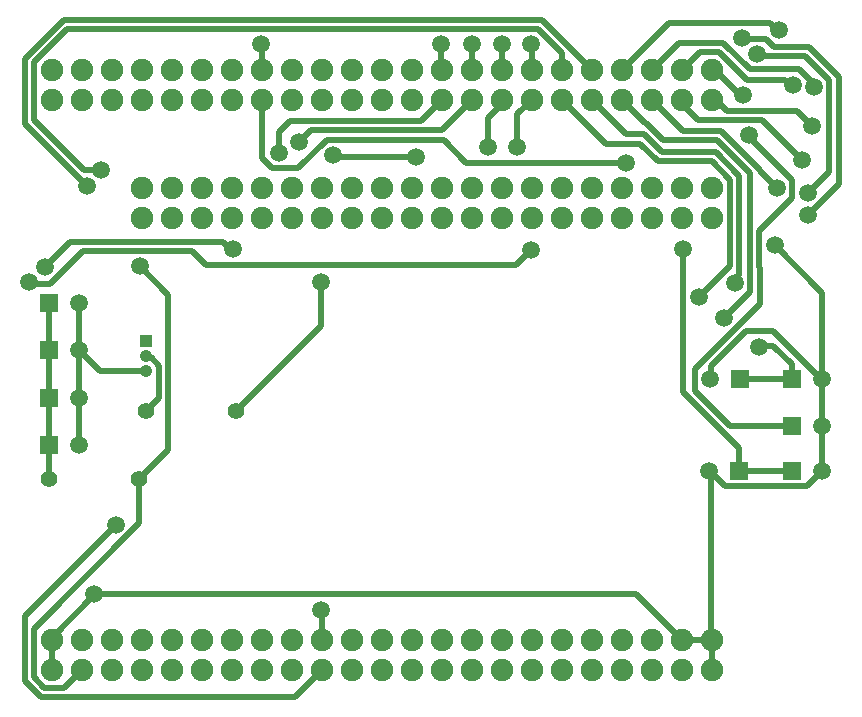
<source format=gbl>
G04*
G04 #@! TF.GenerationSoftware,Altium Limited,Altium Designer,22.2.1 (43)*
G04*
G04 Layer_Physical_Order=2*
G04 Layer_Color=16711680*
%FSLAX44Y44*%
%MOMM*%
G71*
G04*
G04 #@! TF.SameCoordinates,9EA06B20-4A3A-45EB-A118-918BD9F5FCFE*
G04*
G04*
G04 #@! TF.FilePolarity,Positive*
G04*
G01*
G75*
%ADD10C,0.5000*%
%ADD11R,1.5000X1.5000*%
%ADD12C,1.5000*%
%ADD13C,1.9000*%
%ADD14C,1.4000*%
%ADD15R,1.0500X1.0500*%
%ADD16C,1.0500*%
D10*
X67000Y113465D02*
Y115000D01*
X525330D02*
X564400Y75930D01*
X31000Y50530D02*
Y77465D01*
X67000Y115000D02*
X525330D01*
X31000Y77465D02*
X67000Y113465D01*
X8000Y95770D02*
X85615Y173385D01*
X8000Y41003D02*
Y95770D01*
X105100Y174485D02*
Y212000D01*
X16000Y85385D02*
X105100Y174485D01*
X16000Y44317D02*
Y85385D01*
X106132Y391867D02*
X129750Y368250D01*
X182071Y407000D02*
X184000D01*
X176071Y413000D02*
X182071Y407000D01*
X24808Y391808D02*
X46000Y413000D01*
X29500Y377500D02*
X57000Y405000D01*
X149615D01*
X46000Y413000D02*
X176071D01*
X223000Y488000D02*
Y506000D01*
X263615Y499000D02*
X362777D01*
X240000Y497130D02*
X250370Y507500D01*
X343570Y515500D02*
X361200Y533130D01*
X270000Y485000D02*
X339000D01*
X239615Y475000D02*
X263615Y499000D01*
X360970Y507500D02*
X386600Y533130D01*
X232500Y515500D02*
X343570D01*
X250370Y507500D02*
X360970D01*
X223000Y506000D02*
X232500Y515500D01*
X362777Y499000D02*
X381777Y480000D01*
X269000Y486000D02*
X270000Y485000D01*
X547281Y489032D02*
X592956D01*
X543968Y481032D02*
X589642D01*
X532952Y513778D02*
X533849D01*
X532314Y504000D02*
X547281Y489032D01*
X517330Y504000D02*
X532314D01*
X499930Y496000D02*
X529000D01*
X548627Y499000D02*
X594302D01*
X533849Y513778D02*
X548627Y499000D01*
X513600Y533130D02*
X532952Y513778D01*
X529000Y496000D02*
X543968Y481032D01*
X655591Y545980D02*
X658297D01*
X596013Y573530D02*
X619543Y550000D01*
X651572D01*
X655591Y545980D01*
X589800Y558530D02*
X592135D01*
X613665Y537000D02*
X616000D01*
X592135Y558530D02*
X613665Y537000D01*
X615339Y585139D02*
X615498Y584980D01*
X627621Y571980D02*
X629534Y570067D01*
X668619D01*
X635401Y584980D02*
X642314Y578067D01*
X615498Y584980D02*
X635401D01*
X599327Y581530D02*
X621876Y558980D01*
X663682D01*
X676185Y546478D01*
X621000Y502000D02*
Y503000D01*
X632322Y516000D02*
X666000Y482322D01*
X589800Y533130D02*
X593588D01*
X662000Y524000D02*
X675000Y511000D01*
X564400Y529342D02*
X577742Y516000D01*
X621000Y502000D02*
X657808Y465192D01*
X577742Y516000D02*
X632322D01*
X593588Y533130D02*
X602718Y524000D01*
X662000D01*
X644808Y458539D02*
Y458731D01*
X630625Y472913D02*
X644808Y458731D01*
X670808Y453901D02*
X671192D01*
X697185Y461893D02*
Y552815D01*
X671000Y435708D02*
X697185Y461893D01*
X671192Y453901D02*
X689185Y471893D01*
X609192Y377808D02*
Y380514D01*
X613100Y384421D02*
Y468888D01*
X609192Y380514D02*
X613100Y384421D01*
X579000Y366500D02*
X579206D01*
X585813Y373107D01*
X586107D02*
X605100Y392100D01*
X622000Y387956D02*
Y471301D01*
X630192Y359891D02*
Y391078D01*
X600257Y348642D02*
X622192Y370577D01*
X575600Y305298D02*
X630192Y359891D01*
X630000Y422457D02*
X657808Y450264D01*
X592956Y489032D02*
X613100Y468888D01*
X585813Y373107D02*
X586107D01*
X605100Y392100D02*
Y465574D01*
X594302Y499000D02*
X622000Y471301D01*
Y387956D02*
X622192Y387764D01*
X630000Y391270D02*
X630192Y391078D01*
X622192Y370577D02*
Y387764D01*
X630000Y391270D02*
Y422457D01*
X657808Y450264D02*
Y465192D01*
X631000Y325000D02*
X642000D01*
X618615Y337000D02*
X642000D01*
X679434Y299566D01*
X589214Y307599D02*
X618615Y337000D01*
X630000Y324000D02*
X631000Y325000D01*
X129750Y236650D02*
Y368250D01*
X105100Y212000D02*
X129750Y236650D01*
X424000Y393000D02*
X437000Y406000D01*
X161615Y393000D02*
X424000D01*
X642314Y578067D02*
X671933D01*
X697185Y552815D01*
X689185Y471893D02*
Y549502D01*
X668619Y570067D02*
X689185Y549502D01*
X381777Y480000D02*
X517386D01*
X462800Y533130D02*
X499930Y496000D01*
X597615Y507000D02*
X630625Y473990D01*
Y472913D02*
Y473990D01*
X565130Y507000D02*
X597615D01*
X589642Y481032D02*
X605100Y465574D01*
X666000Y482000D02*
Y482322D01*
X683400Y257000D02*
Y369600D01*
X643000Y410000D02*
X683400Y369600D01*
X565635Y285365D02*
X613000Y238000D01*
X565635Y285365D02*
Y407000D01*
X600257Y348341D02*
Y348642D01*
X676185Y543969D02*
Y546478D01*
X553209Y598139D02*
X638837D01*
X644976Y592000D01*
X646766D01*
X562000Y581530D02*
X599327D01*
X579400Y573530D02*
X596013D01*
X539000Y533130D02*
X565130Y507000D01*
X488200Y533130D02*
X517330Y504000D01*
X425000Y493000D02*
Y520730D01*
X400000Y493000D02*
Y517342D01*
X217615Y475000D02*
X239615D01*
X259000Y341900D02*
Y379000D01*
X149615Y405000D02*
X161615Y393000D01*
X187100Y270000D02*
X259000Y341900D01*
X589214Y297614D02*
Y307599D01*
X575600Y286714D02*
Y305298D01*
X588600Y297000D02*
X589214Y297614D01*
X462800Y558530D02*
Y572616D01*
X442416Y593000D02*
X462800Y572616D01*
X40943Y601000D02*
X445730D01*
X488200Y558530D01*
X44257Y593000D02*
X442416D01*
X259450Y76080D02*
X259600Y75930D01*
X259300Y101000D02*
X259450Y100850D01*
Y76080D02*
Y100850D01*
X208400Y580000D02*
X208600Y579800D01*
Y558730D02*
Y579800D01*
X8000Y568057D02*
X40943Y601000D01*
X412000Y558530D02*
Y580000D01*
X437200Y558730D02*
X437400Y558530D01*
X437000Y580000D02*
X437200Y579800D01*
X208600Y558730D02*
X208800Y558530D01*
X360900Y558830D02*
X361200Y558530D01*
X386700Y579900D02*
X386800Y580000D01*
X437200Y558730D02*
Y579800D01*
X16000Y564743D02*
X44257Y593000D01*
X386600Y558530D02*
X386700Y558630D01*
X360900Y558830D02*
Y579700D01*
X360600Y580000D02*
X360900Y579700D01*
X386700Y558630D02*
Y579900D01*
X8000Y512686D02*
Y568057D01*
X16000Y516000D02*
X58255Y473745D01*
X72485D01*
X8000Y512686D02*
X60802Y459885D01*
X16000Y516000D02*
Y564743D01*
X60802Y459885D02*
X61000D01*
X12000Y379000D02*
X13500Y377500D01*
X29500D01*
X642000Y325000D02*
X657929Y309071D01*
X513600Y558530D02*
X553209Y598139D01*
X208800Y483815D02*
X217615Y475000D01*
X208800Y483815D02*
Y533130D01*
X539000Y558530D02*
X562000Y581530D01*
X564400Y558530D02*
X579400Y573530D01*
X110900Y270000D02*
X121750Y280850D01*
Y307753D01*
X564400Y529342D02*
Y533130D01*
X657929Y297071D02*
Y309071D01*
X679434Y299566D02*
X682982D01*
X657929Y297071D02*
X658000Y297000D01*
X425000Y520730D02*
X437400Y533130D01*
X588700Y217900D02*
X600600Y206000D01*
X588700Y77030D02*
Y217900D01*
Y77030D02*
X589800Y75930D01*
X587600Y219000D02*
X588700Y217900D01*
X613000Y219000D02*
Y238000D01*
Y219000D02*
X658000D01*
X575600Y286714D02*
X605314Y257000D01*
X658000D01*
X683400Y219000D02*
Y257000D01*
X670400Y206000D02*
X683400Y219000D01*
X600600Y206000D02*
X670400D01*
X614000Y297000D02*
X658000D01*
X658000Y297000D01*
X112052Y314948D02*
X114555D01*
X121750Y307753D01*
X111000Y316000D02*
X112052Y314948D01*
X28400Y241000D02*
X28900Y240500D01*
Y212000D02*
Y240500D01*
X28400Y241000D02*
Y281000D01*
Y321000D01*
Y361000D01*
X53800Y321000D02*
Y361000D01*
Y241000D02*
Y281000D01*
Y321000D01*
X71500Y303300D02*
X111000D01*
X53800Y321000D02*
X71500Y303300D01*
X412000Y529342D02*
Y533130D01*
X400000Y517342D02*
X412000Y529342D01*
X236600Y27530D02*
X259600Y50530D01*
X16000Y44317D02*
X24787Y35530D01*
X41400D02*
X56400Y50530D01*
X21473Y27530D02*
X236600D01*
X8000Y41003D02*
X21473Y27530D01*
X24787Y35530D02*
X41400D01*
X589800Y50530D02*
Y75930D01*
X564400D02*
X589800D01*
D11*
X614000Y297000D02*
D03*
X613000Y219000D02*
D03*
X28400Y241000D02*
D03*
Y281000D02*
D03*
Y321000D02*
D03*
Y361000D02*
D03*
X658000Y297000D02*
D03*
Y257000D02*
D03*
Y219000D02*
D03*
D12*
X588600Y297000D02*
D03*
X587600Y219000D02*
D03*
X53800Y241000D02*
D03*
Y281000D02*
D03*
Y321000D02*
D03*
Y361000D02*
D03*
X683400Y297000D02*
D03*
Y257000D02*
D03*
Y219000D02*
D03*
X67000Y115000D02*
D03*
X85615Y173385D02*
D03*
X106000Y392000D02*
D03*
X339000Y485000D02*
D03*
X269000Y486000D02*
D03*
X240000Y497130D02*
D03*
X616000Y537000D02*
D03*
X615339Y585139D02*
D03*
X627621Y571980D02*
D03*
X621000Y503000D02*
D03*
X644808Y458539D02*
D03*
X670808Y453901D02*
D03*
X658297Y545980D02*
D03*
X579000Y366500D02*
D03*
X609192Y377808D02*
D03*
X630000Y324000D02*
D03*
X517386Y480000D02*
D03*
X666000Y482000D02*
D03*
X600257Y348341D02*
D03*
X643000Y410000D02*
D03*
X675000Y511000D02*
D03*
X676185Y543969D02*
D03*
X671000Y435708D02*
D03*
X425000Y493000D02*
D03*
X400000D02*
D03*
X565635Y407000D02*
D03*
X259000Y379000D02*
D03*
X184000Y407000D02*
D03*
X437000Y406000D02*
D03*
X259300Y101000D02*
D03*
X208400Y580000D02*
D03*
X386800D02*
D03*
X360600D02*
D03*
X437000D02*
D03*
X412000D02*
D03*
X72485Y473745D02*
D03*
X61000Y459885D02*
D03*
X12000Y379000D02*
D03*
X24808Y391808D02*
D03*
X223000Y488000D02*
D03*
X646766Y592000D02*
D03*
D13*
X590100Y458400D02*
D03*
X488500D02*
D03*
X463100D02*
D03*
X437700D02*
D03*
X412300D02*
D03*
X386900D02*
D03*
X361500D02*
D03*
X336100D02*
D03*
X310700D02*
D03*
X539300D02*
D03*
X513900D02*
D03*
X285300D02*
D03*
X564700D02*
D03*
X590100Y433000D02*
D03*
X539300D02*
D03*
X564700D02*
D03*
X488500D02*
D03*
X463100D02*
D03*
X437700D02*
D03*
X412300D02*
D03*
X386900D02*
D03*
X361500D02*
D03*
X513900D02*
D03*
X310700D02*
D03*
X336100D02*
D03*
X285300D02*
D03*
X259900Y458400D02*
D03*
X234500D02*
D03*
Y433000D02*
D03*
X209100D02*
D03*
X183700Y458400D02*
D03*
X158300D02*
D03*
X183700Y433000D02*
D03*
X158300D02*
D03*
X132900Y458400D02*
D03*
X107500D02*
D03*
X132900Y433000D02*
D03*
X107500D02*
D03*
X209100Y458400D02*
D03*
X259900Y433000D02*
D03*
X488200Y75930D02*
D03*
X513600D02*
D03*
X437400D02*
D03*
X462800D02*
D03*
X564400D02*
D03*
X589800D02*
D03*
X539000D02*
D03*
X335800D02*
D03*
X361200D02*
D03*
X310400D02*
D03*
X386600D02*
D03*
X412000D02*
D03*
X285000Y50530D02*
D03*
X513600D02*
D03*
X462800D02*
D03*
X488200D02*
D03*
X564400D02*
D03*
X589800D02*
D03*
X539000D02*
D03*
X335800D02*
D03*
X361200D02*
D03*
X310400D02*
D03*
X412000D02*
D03*
X437400D02*
D03*
X386600D02*
D03*
X183400Y75930D02*
D03*
X208800D02*
D03*
X158000D02*
D03*
X259600D02*
D03*
X285000D02*
D03*
X234200D02*
D03*
X56400D02*
D03*
X81800D02*
D03*
X31000D02*
D03*
X107200D02*
D03*
X132600D02*
D03*
X31000Y50530D02*
D03*
X183400D02*
D03*
X208800D02*
D03*
X158000D02*
D03*
X234200D02*
D03*
X259600D02*
D03*
X56400D02*
D03*
X81800D02*
D03*
X107200D02*
D03*
X132600D02*
D03*
X488200Y558530D02*
D03*
X513600D02*
D03*
X437400D02*
D03*
X462800D02*
D03*
X564400D02*
D03*
X589800D02*
D03*
X539000D02*
D03*
X335800D02*
D03*
X361200D02*
D03*
X310400D02*
D03*
X386600D02*
D03*
X412000D02*
D03*
X285000Y533130D02*
D03*
X513600D02*
D03*
X462800D02*
D03*
X488200D02*
D03*
X564400D02*
D03*
X589800D02*
D03*
X539000D02*
D03*
X335800D02*
D03*
X361200D02*
D03*
X310400D02*
D03*
X412000D02*
D03*
X437400D02*
D03*
X386600D02*
D03*
X183400Y558530D02*
D03*
X208800D02*
D03*
X158000D02*
D03*
X259600D02*
D03*
X285000D02*
D03*
X234200D02*
D03*
X56400D02*
D03*
X81800D02*
D03*
X31000D02*
D03*
X107200D02*
D03*
X132600D02*
D03*
X31000Y533130D02*
D03*
X183400D02*
D03*
X208800D02*
D03*
X158000D02*
D03*
X234200D02*
D03*
X259600D02*
D03*
X56400D02*
D03*
X81800D02*
D03*
X107200D02*
D03*
X132600D02*
D03*
D14*
X105100Y212000D02*
D03*
X28900D02*
D03*
X187100Y270000D02*
D03*
X110900D02*
D03*
D15*
X111000Y328700D02*
D03*
D16*
Y316000D02*
D03*
Y303300D02*
D03*
M02*

</source>
